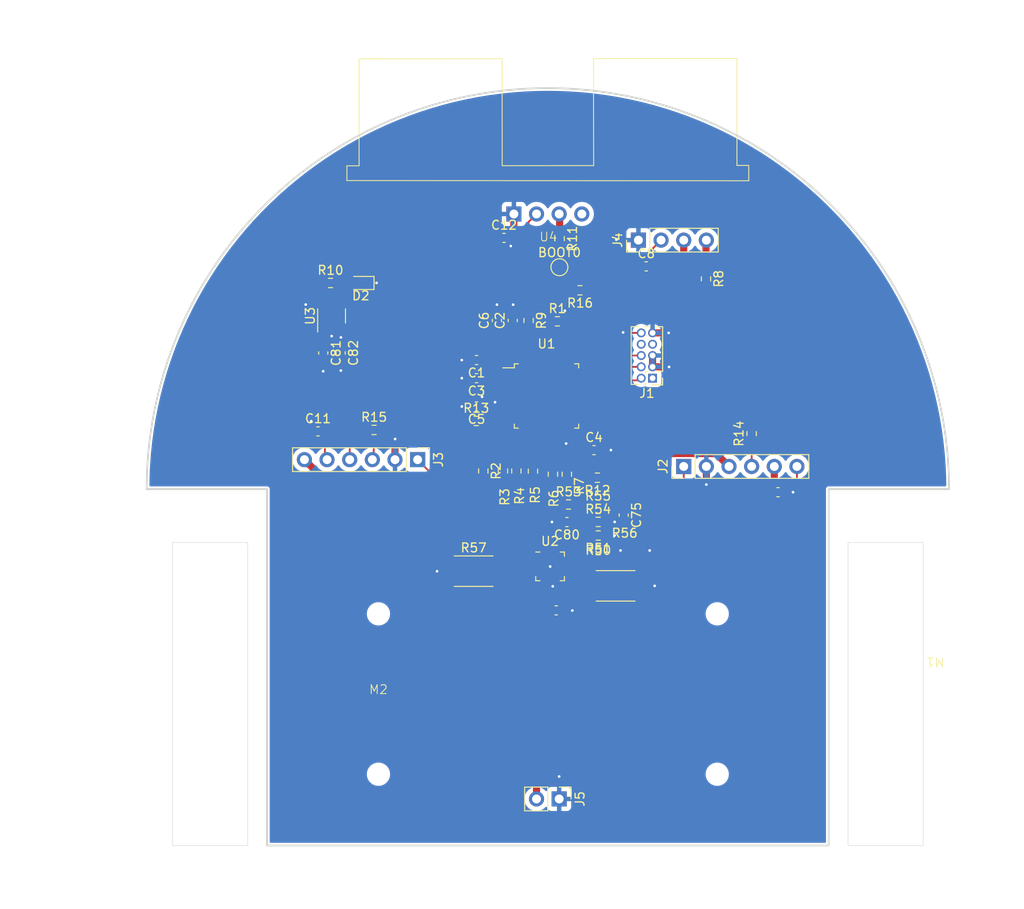
<source format=kicad_pcb>
(kicad_pcb (version 20221018) (generator pcbnew)
  (layers (0 "F.Cu" signal) (31 "B.Cu" signal) (34 "B.Paste" user) (35 "F.Paste" user) (36 "B.SilkS" user "B.Silkscreen") (37 "F.SilkS" user "F.Silkscreen") (38 "B.Mask" user) (39 "F.Mask" user) (44 "Edge.Cuts" user))
  (net 0 "")
  (net 1 "+3.3V")
  (net 2 "GND")
  (net 3 "+BATT")
  (net 4 "/mcu/IN_B2")
  (net 5 "Net-(D2-A)")
  (net 6 "/mcu/BOOT0")
  (net 7 "Net-(U1-PA2)")
  (net 8 "/mcu/TIM15_CH1")
  (net 9 "Net-(U1-PA3)")
  (net 10 "/mcu/TIM15_CH2")
  (net 11 "Net-(U1-PA4)")
  (net 12 "/mcu/OUT_A4")
  (net 13 "Net-(U1-PA5)")
  (net 14 "/mcu/OUT_A5")
  (net 15 "/mcu/OUT_B0")
  (net 16 "Net-(U1-PB0)")
  (net 17 "/mcu/OUT_B1")
  (net 18 "Net-(U1-PB1)")
  (net 19 "Net-(U1-PB6)")
  (net 20 "/mcu/OUT_B9")
  (net 21 "Net-(U1-PB9)")
  (net 22 "/mcu/TIM3_CH1")
  (net 23 "/mcu/TIM2_CH1")
  (net 24 "/mcu/TIM3_CH2")
  (net 25 "/mcu/TIM2_CH2")
  (net 26 "/mcu/TIM8_CH2")
  (net 27 "Net-(U4-ECHO)")
  (net 33 "/mcu/~{RESET}")
  (net 45 "/mcu/SWDIO")
  (net 48 "/mcu/SWDCLK")
  (net 50 "/mcu/SWO")
  (net 53 "+3V3")
  (net 56 "/motorA/MA")
  (net 57 "Net-(J2-Pin_3)")
  (net 58 "Net-(J2-Pin_4)")
  (net 59 "/motorA/MB")
  (net 60 "/motorB/MA")
  (net 61 "Net-(J3-Pin_3)")
  (net 62 "Net-(J3-Pin_4)")
  (net 63 "/motorB/MB")
  (net 64 "Net-(J4-Pin_3)")
  (net 65 "/external_uart/EXT_UART_RX")
  (net 66 "/external_uart/EXT_UART_TX")
  (net 67 "Net-(U2-REF)")
  (net 68 "Net-(U2-TOFF)")
  (net 69 "Net-(U2-SENSEB)")
  (net 70 "Net-(U2-SENSEA)")
  (net 72 "Net-(C75-Pad1)")
  (footprint "Package_QFP:LQFP-48_7x7mm_P0.5mm" (layer "F.Cu") (at 149.85 89.55)
    (fp_text reference "U1")
    (fp_text value "STM32F030C8Tx")
  )
  (footprint "Resistor_SMD:R_0603_1608Metric" (layer "F.Cu") (at 151.07 81.17)
    (fp_text reference "R1")
    (fp_text value "10k")
  )
  (footprint "minimouse:N20_with_encoder" (layer "F.Cu") (at 131 123)
    (fp_text reference "M2")
    (fp_text value "N20_encoder")
    (fp_rect (start -23.1 -17) (end -14.67 17) (stroke (width 0.05)) (fill none) (layer "Edge.Cuts"))
  )
  (footprint "Capacitor_SMD:C_0603_1608Metric" (layer "F.Cu") (at 175.82 100.35 180)
    (fp_text reference "C10" hide)
    (fp_text value "2.2uf")
  )
  (footprint "TestPoint:TestPoint_Pad_D1.5mm" (layer "F.Cu") (at 151.3 75.1)
    (fp_text reference "BOOT0")
    (fp_text value "TestPoint")
  )
  (footprint "Capacitor_SMD:C_0603_1608Metric" (layer "F.Cu") (at 150.94 113.61)
    (fp_text reference "CS1" hide)
    (fp_text value "2.2UF")
  )
  (footprint "Resistor_SMD:R_0603_1608Metric" (layer "F.Cu") (at 146.468 97.968 -90)
    (fp_text reference "R4")
    (fp_text value "100")
  )
  (footprint "Capacitor_SMD:C_0603_1608Metric" (layer "F.Cu") (at 155.18 95.63)
    (fp_text reference "C4")
    (fp_text value "0.1uF")
  )
  (footprint "Resistor_SMD:R_0603_1608Metric" (layer "F.Cu") (at 172.86 93.777 90)
    (fp_text reference "R14")
    (fp_text value "100")
  )
  (footprint "Resistor_SMD:R_0603_1608Metric" (layer "F.Cu") (at 147.841 81.077 -90)
    (fp_text reference "R9")
    (fp_text value "100")
  )
  (footprint "minimouse:HC-SR04" (layer "F.Cu") (at 150 69.125)
    (fp_text reference "U4")
    (fp_text value "HC-SR04")
  )
  (footprint "Capacitor_SMD:C_0603_1608Metric" (layer "F.Cu") (at 141.999 90.729 180)
    (fp_text reference "C5")
    (fp_text value "0.1uF")
  )
  (footprint "minimouse:N20_with_encoder" (layer "F.Cu") (at 169 123 180)
    (fp_text reference "M1")
    (fp_text value "N20_encoder")
    (fp_rect (start -23.1 -17) (end -14.67 17) (stroke (width 0.05)) (fill none) (layer "Edge.Cuts"))
  )
  (footprint "Capacitor_SMD:C_0603_1608Metric" (layer "F.Cu") (at 161.0366 75.0064)
    (fp_text reference "C8")
    (fp_text value "2.2uf")
  )
  (footprint "Capacitor_SMD:C_0603_1608Metric" (layer "F.Cu") (at 158.5095 102.921 -90)
    (fp_text reference "C75")
    (fp_text value "22nF")
  )
  (footprint "Package_DFN_QFN:VQFN-16-1EP_3x3mm_P0.5mm_EP1.8x1.8mm" (layer "F.Cu") (at 150.25 108.6725)
    (fp_text reference "U2")
    (fp_text value "STSPIN240")
  )
  (footprint "Resistor_SMD:R_2512_6332Metric" (layer "F.Cu") (at 157.6 110.86)
    (fp_text reference "R56")
    (fp_text value "330m")
  )
  (footprint "Connector_PinHeader_2.54mm:PinHeader_1x06_P2.54mm_Vertical" (layer "F.Cu") (at 165.24 97.46 90)
    (fp_text reference "J2")
    (fp_text value "Conn_01x06_Pin")
  )
  (footprint "Connector_PinHeader_2.54mm:PinHeader_1x02_P2.54mm_Vertical" (layer "F.Cu") (at 151.27 134.775 -90)
    (fp_text reference "J5")
    (fp_text value "Conn_01x02")
  )
  (footprint "Capacitor_SMD:C_0603_1608Metric" (layer "F.Cu") (at 141.999 87.554 180)
    (fp_text reference "C3")
    (fp_text value "0.1uF")
  )
  (footprint "Capacitor_SMD:C_0603_1608Metric" (layer "F.Cu") (at 124.81 84.73 -90)
    (fp_text reference "C81")
    (fp_text value "2.2uf")
  )
  (footprint "Resistor_SMD:R_0603_1608Metric" (layer "F.Cu") (at 155.6515 103.683)
    (fp_text reference "R54")
    (fp_text value "47k")
  )
  (footprint "Connector_PinHeader_2.54mm:PinHeader_1x06_P2.54mm_Vertical" (layer "F.Cu") (at 135.395 96.698 -90)
    (fp_text reference "J3")
    (fp_text value "Conn_01x06_Pin")
  )
  (footprint "Resistor_SMD:R_0603_1608Metric" (layer "F.Cu") (at 155.56 98.72 180)
    (fp_text reference "R12")
    (fp_text value "100")
  )
  (footprint "Resistor_SMD:R_0603_1608Metric" (layer "F.Cu") (at 155.6271 102.2098)
    (fp_text reference "R55")
    (fp_text value "1k")
  )
  (footprint "Resistor_SMD:R_0603_1608Metric" (layer "F.Cu") (at 167.74 76.4 -90)
    (fp_text reference "R8")
    (fp_text value "100")
  )
  (footprint "Connector_PinHeader_2.54mm:PinHeader_1x04_P2.54mm_Vertical" (layer "F.Cu") (at 160.16 72.06 90)
    (fp_text reference "J4")
    (fp_text value "Conn_01x04_Pin")
  )
  (footprint "Resistor_SMD:R_0603_1608Metric" (layer "F.Cu") (at 152.13 98.33 90)
    (fp_text reference "R7")
    (fp_text value "100")
  )
  (footprint "Resistor_SMD:R_0603_1608Metric" (layer "F.Cu") (at 142.761 97.968 -90)
    (fp_text reference "R2")
    (fp_text value "100")
  )
  (footprint "Resistor_SMD:R_0603_1608Metric" (layer "F.Cu") (at 141.97 92.35)
    (fp_text reference "R13")
    (fp_text value "100")
  )
  (footprint "Resistor_SMD:R_0603_1608Metric" (layer "F.Cu") (at 155.6515 105.207 180)
    (fp_text reference "R51")
    (fp_text value "10k")
  )
  (footprint "Package_TO_SOT_SMD:SOT-23-5" (layer "F.Cu") (at 125.743 80.569 90)
    (fp_text reference "U3")
    (fp_text value "LP5907MFX-3.3")
  )
  (footprint "Resistor_SMD:R_0603_1608Metric" (layer "F.Cu") (at 144.968 97.968 -90)
    (fp_text reference "R3")
    (fp_text value "100")
  )
  (footprint "Capacitor_SMD:C_0603_1608Metric" (layer "F.Cu") (at 146.063 81.077 90)
    (fp_text reference "C2")
    (fp_text value "0.1uF")
  )
  (footprint "Capacitor_SMD:C_0603_1608Metric" (layer "F.Cu") (at 141.999 85.522 180)
    (fp_text reference "C1")
    (fp_text value "2.2uF")
  )
  (footprint "Resistor_SMD:R_0603_1608Metric" (layer "F.Cu") (at 148.33 97.99 -90)
    (fp_text reference "R5")
    (fp_text value "100")
  )
  (footprint "Capacitor_SMD:C_0603_1608Metric" (layer "F.Cu") (at 145.0854 71.806)
    (fp_text reference "C12")
    (fp_text value "2.2uF")
  )
  (footprint "Connector_PinHeader_1.27mm:PinHeader_2x05_P1.27mm_Vertical" (layer "F.Cu") (at 161.745 87.55 180)
    (fp_text reference "J1")
    (fp_text value "Conn_ARM_JTAG_SWD_10")
  )
  (footprint "Capacitor_SMD:C_0603_1608Metric" (layer "F.Cu") (at 152.14 103.7 180)
    (fp_text reference "C80")
    (fp_text value "1nf")
  )
  (footprint "Resistor_SMD:R_0603_1608Metric" (layer "F.Cu") (at 152.32 101.73)
    (fp_text reference "R53")
    (fp_text value "18k")
  )
  (footprint "Capacitor_SMD:C_0603_1608Metric" (layer "F.Cu") (at 144.285 81.077 90)
    (fp_text reference "C6")
    (fp_text value "2.2uF")
  )
  (footprint "Resistor_SMD:R_0603_1608Metric" (layer "F.Cu") (at 125.62 76.87)
    (fp_text reference "R10")
    (fp_text value "330")
  )
  (footprint "LED_SMD:LED_0603_1608Metric" (layer "F.Cu") (at 129.02 76.87 180)
    (fp_text reference "D2")
    (fp_text value "LED")
  )
  (footprint "Resistor_SMD:R_0603_1608Metric" (layer "F.Cu") (at 155.6515 106.858)
    (fp_text reference "R50")
    (fp_text value "10k")
  )
  (footprint "Capacitor_SMD:C_0603_1608Metric" (layer "F.Cu") (at 124.219 93.523)
    (fp_text reference "C11")
    (fp_text value "2.2uf")
  )
  (footprint "Resistor_SMD:R_2512_6332Metric" (layer "F.Cu") (at 141.68 109.21)
    (fp_text reference "R57")
    (fp_text value "330m")
  )
  (footprint "Capacitor_SMD:C_0603_1608Metric" (layer "F.Cu") (at 126.76 84.72 -90)
    (fp_text reference "C82")
    (fp_text value "2.2uf")
  )
  (footprint "Resistor_SMD:R_0603_1608Metric" (layer "F.Cu") (at 153.61 77.69 180)
    (fp_text reference "R16")
    (fp_text value "100")
  )
  (footprint "Resistor_SMD:R_0603_1608Metric" (layer "F.Cu") (at 151.3208 71.8954 -90)
    (fp_text reference "R11")
    (fp_text value "100")
  )
  (footprint "Resistor_SMD:R_0603_1608Metric" (layer "F.Cu") (at 130.51 93.36)
    (fp_text reference "R15")
    (fp_text value "100")
  )
  (footprint "Resistor_SMD:R_0603_1608Metric" (layer "F.Cu") (at 150.57 98.33 90)
    (fp_text reference "R6")
    (fp_text value "100")
  )
  (gr_arc (start 105 100) (mid 150 55) (end 195 100) (stroke (width 0.2)) (layer "Edge.Cuts"))
  (gr_line (start 181.5 140) (end 118.5 140) (stroke (width 0.2)) (layer "Edge.Cuts"))
  (gr_line (start 118.5 100) (end 105 100) (stroke (width 0.2)) (layer "Edge.Cuts"))
  (gr_line (start 181.5 100) (end 181.5 140) (stroke (width 0.2)) (layer "Edge.Cuts"))
  (gr_line (start 195 100) (end 181.5 100) (stroke (width 0.2)) (layer "Edge.Cuts"))
  (gr_line (start 118.5 140) (end 118.5 100) (stroke (width 0.2)) (layer "Edge.Cuts"))
  (segment (start 141.197 83.945) (end 126.76 83.945) (width 0.2) (layer "F.Cu") (net 1))
  (segment (start 146.063 81.852) (end 146.063 84.3505) (width 0.2) (layer "F.Cu") (net 1))
  (segment (start 124.793 79.4315) (end 124.793 76.872) (width 0.5) (layer "F.Cu") (net 1))
  (segment (start 143.528 86.8) (end 145.6875 86.8) (width 0.2) (layer "F.Cu") (net 1))
  (segment (start 142.845 90.8) (end 145.6875 90.8) (width 0.2) (layer "F.Cu") (net 1))
  (segment (start 152.6 95.59) (end 152.6 93.7125) (width 0.2) (layer "F.Cu") (net 1))
  (segment (start 124.793 76.872) (end 124.795 76.87) (width 0.5) (layer "F.Cu") (net 1))
  (segment (start 126.76 83.01) (end 126.79 82.98) (width 0.2) (layer "F.Cu") (net 1))
  (segment (start 152.64 95.63) (end 152.6 95.59) (width 0.2) (layer "F.Cu") (net 1))
  (segment (start 122.84 79.29) (end 122.9815 79.4315) (width 0.2) (layer "F.Cu") (net 1))
  (segment (start 144.285 81.852) (end 146.063 81.852) (width 0.2) (layer "F.Cu") (net 1))
  (segment (start 146.063 84.3505) (end 147.1 85.3875) (width 0.2) (layer "F.Cu") (net 1))
  (segment (start 142.774 85.522) (end 141.197 83.945) (width 0.2) (layer "F.Cu") (net 1))
  (segment (start 142.774 90.729) (end 142.845 90.8) (width 0.2) (layer "F.Cu") (net 1))
  (segment (start 154.405 95.63) (end 152.64 95.63) (width 0.2) (layer "F.Cu") (net 1))
  (segment (start 126.76 83.945) (end 126.76 83.01) (width 0.2) (layer "F.Cu") (net 1))
  (segment (start 122.9815 79.4315) (end 124.793 79.4315) (width 0.2) (layer "F.Cu") (net 1))
  (segment (start 142.774 87.554) (end 143.528 86.8) (width 0.2) (layer "F.Cu") (net 1))
  (via (at 126.79 82.98) (size 0.5) (drill 0.3) (layers "F.Cu" "B.Cu") (net 1))
  (via (at 122.84 79.29) (size 0.5) (drill 0.3) (layers "F.Cu" "B.Cu") (net 1))
  (segment (start 122.84 82.41) (end 122.84 79.29) (width 0.2) (layer "B.Cu") (net 1))
  (segment (start 123.81 83.38) (end 122.84 82.41) (width 0.2) (layer "B.Cu") (net 1))
  (segment (start 126.79 82.98) (end 126.39 83.38) (width 0.2) (layer "B.Cu") (net 1))
  (segment (start 126.39 83.38) (end 123.81 83.38) (width 0.2) (layer "B.Cu") (net 1))
  (segment (start 150.25 108.6725) (end 150.25 108.68) (width 0.2) (layer "F.Cu") (net 2))
  (segment (start 157.5065 105.194) (end 157.4935 105.207) (width 0.2) (layer "F.Cu") (net 2))
  (segment (start 151.895 81.17) (end 151.895 79.995) (width 0.2) (layer "F.Cu") (net 2))
  (segment (start 125.743 82.823) (end 125.75 82.83) (width 0.5) (layer "F.Cu") (net 2))
  (segment (start 161.745 86.28) (end 163.59 86.28) (width 0.8) (layer "F.Cu") (net 2))
  (segment (start 151.895 79.995) (end 151.91 79.98) (width 0.2) (layer "F.Cu") (net 2))
  (segment (start 158.5095 103.696) (end 157.5065 103.696) (width 0.2) (layer "F.Cu") (net 2))
  (segment (start 141.224 87.554) (end 140.348 87.554) (width 0.2) (layer "F.Cu") (net 2))
  (segment (start 124.81 85.505) (end 124.81 86.77) (width 0.8) (layer "F.Cu") (net 2))
  (segment (start 137.58 109.21) (end 137.57 109.22) (width 0.8) (layer "F.Cu") (net 2))
  (segment (start 150.5 108.93) (end 150.26 108.69) (width 0.2) (layer "F.Cu") (net 2))
  (segment (start 160.16 72.06) (end 157.74 72.06) (width 0.2) (layer "F.Cu") (net 2))
  (segment (start 126.76 85.495) (end 126.76 86.68) (width 0.8) (layer "F.Cu") (net 2))
  (segment (start 145.6875 90.3) (end 144.13 90.3) (width 0.2) (layer "F.Cu") (net 2))
  (segment (start 150.5 110.86) (end 150.55 110.91) (width 0.2) (layer "F.Cu") (net 2))
  (segment (start 144.13 90.3) (end 144.08 90.25) (width 0.2) (layer "F.Cu") (net 2))
  (segment (start 152.73 113.61) (end 152.75 113.63) (width 0.8) (layer "F.Cu") (net 2))
  (segment (start 157.06 95.63) (end 157.07 95.62) (width 0.2) (layer "F.Cu") (net 2))
  (segment (start 161.745 82.47) (end 163.55 82.47) (width 0.8) (layer "F.Cu") (net 2))
  (segment (start 123.444 93.523) (end 123.444 92.393) (width 0.2) (layer "F.Cu") (net 2))
  (segment (start 155.955 95.63) (end 157.06 95.63) (width 0.2) (layer "F.Cu") (net 2))
  (segment (start 151.365 103.7) (end 150.47 103.7) (width 0.2) (layer "F.Cu") (net 2))
  (segment (start 145.8604 71.806) (end 145.8604 72.6996) (width 0.8) (layer "F.Cu") (net 2))
  (segment (start 130.78 76.87) (end 130.79 76.86) (width 0.5) (layer "F.Cu") (net 2))
  (segment (start 146.19 71.4764) (end 145.8604 71.806) (width 0.8) (layer "F.Cu") (net 2))
  (segment (start 163.59 86.28) (end 163.6 86.29) (width 0.8) (layer "F.Cu") (net 2))
  (segment (start 176.595 100.35) (end 177.5 100.35) (width 0.2) (layer "F.Cu") (net 2))
  (segment (start 160.2616 72.1616) (end 160.16 72.06) (width 0.2) (layer "F.Cu") (net 2))
  (segment (start 132.855 96.698) (end 132.855 94.395) (width 0.8) (layer "F.Cu") (net 2))
  (segment (start 144.285 79.305) (end 144.29 79.3) (width 0.8) (layer "F.Cu") (net 2))
  (segment (start 129.8075 76.87) (end 130.78 76.87) (width 0.5) (layer "F.Cu") (net 2))
  (segment (start 145.8604 72.6996) (end 145.84 72.72) (width 0.8) (layer "F.Cu") (net 2))
  (segment (start 151.715 113.61) (end 152.73 113.61) (width 0.8) (layer "F.Cu") (net 2))
  (segment (start 160.2616 75.0064) (end 160.2616 72.1616) (width 0.2) (layer "F.Cu") (net 2))
  (segment (start 124.81 86.77) (end 124.8 86.78) (width 0.8) (layer "F.Cu") (net 2))
  (segment (start 150.25 108.68) (end 150.26 108.69) (width 0.2) (layer "F.Cu") (net 2))
  (segment (start 132.855 94.395) (end 132.87 94.38) (width 0.8) (layer "F.Cu") (net 2))
  (segment (start 151.27 134.775) (end 151.27 132.258) (width 0.2) (layer "F.Cu") (net 2))
  (segment (start 138.7175 109.21) (end 137.58 109.21) (width 0.8) (layer "F.Cu") (net 2))
  (segment (start 141.224 90.729) (end 140.348 90.729) (width 0.2) (layer "F.Cu") (net 2))
  (segment (start 146.063 79.347) (end 146.11 79.3) (width 0.8) (layer "F.Cu") (net 2))
  (segment (start 150.47 103.7) (end 150.46 103.69) (width 0.2) (layer "F.Cu") (net 2))
  (segment (start 152.1 94.84) (end 152.05 94.89) (width 0.2) (layer "F.Cu") (net 2))
  (segment (start 167.78 97.46) (end 167.78 99.492) (width 0.8) (layer "F.Cu") (net 2))
  (segment (start 146.19 69.125) (end 146.19 71.4764) (width 0.8) (layer "F.Cu") (net 2))
  (segment (start 157.74 72.06) (end 157.69 72.01) (width 0.2) (layer "F.Cu") (net 2))
  (segment (start 123.444 92.393) (end 123.457 92.38) (width 0.2) (layer "F.Cu") (net 2))
  (segment (start 144.285 80.302) (end 144.285 79.305) (width 0.8) (layer "F.Cu") (net 2))
  (segment (start 157.5065 103.696) (end 157.4935 103.683) (width 0.2) (layer "F.Cu") (net 2))
  (segment (start 126.76 86.68) (end 126.78 86.7) (width 0.8) (layer "F.Cu") (net 2))
  (segment (start 125.743 81.7065) (end 125.743 82.823) (width 0.5) (layer "F.Cu") (net 2))
  (segment (start 160.5625 110.86) (end 161.98 110.86) (width 0.8) (layer "F.Cu") (net 2))
  (segment (start 156.4765 103.683) (end 157.4935 103.683) (width 0.2) (layer "F.Cu") (net 2))
  (segment (start 141.224 85.522) (end 140.348 85.522) (width 0.2) (layer "F.Cu") (net 2))
  (segment (start 150.5 110.16) (end 150.5 110.86) (width 0.2) (layer "F.Cu") (net 2))
  (segment (start 146.063 80.302) (end 146.063 79.347) (width 0.8) (layer "F.Cu") (net 2))
  (segment (start 156.4765 105.207) (end 157.4935 105.207) (width 0.2) (layer "F.Cu") (net 2))
  (segment (start 161.745 85.01) (end 161.745 86.28) (width 0.8) (layer "F.Cu") (net 2))
  (segment (start 152.1 93.7125) (end 152.1 94.84) (width 0.2) (layer "F.Cu") (net 2))
  (via (at 144.08 90.25) (size 0.5) (drill 0.3) (layers "F.Cu" "B.Cu") (net 2))
  (via (at 157.4935 105.207) (size 0.5) (drill 0.3) (layers "F.Cu" "B.Cu") (net 2))
  (via (at 126.78 86.7) (size 0.5) (drill 0.3) (layers "F.Cu" "B.Cu") (net 2))
  (via (at 140.348 90.729) (size 0.5) (drill 0.3) (layers "F.Cu" "B.Cu") (net 2))
  (via (at 157.4935 103.683) (size 0.5) (drill 0.3) (layers "F.Cu" "B.Cu") (net 2))
  (via (at 167.78 99.492) (size 0.5) (drill 0.3) (layers "F.Cu" "B.Cu") (net 2))
  (via (at 150.26 108.69) (size 0.5) (drill 0.3) (layers "F.Cu" "B.Cu") (net 2))
  (via (at 157.07 95.62) (size 0.5) (drill 0.3) (layers "F.Cu" "B.Cu") (net 2))
  (via (at 144.29 79.3) (size 0.5) (drill 0.3) (layers "F.Cu" "B.Cu") (net 2))
  (via (at 140.348 87.554) (size 0.5) (drill 0.3) (layers "F.Cu" "B.Cu") (net 2))
  (via (at 151.27 132.258) (size 0.5) (drill 0.3) (layers "F.Cu" "B.Cu") (net 2))
  (via (at 132.87 94.38) (size 0.5) (drill 0.3) (layers "F.Cu" "B.Cu") (net 2))
  (via (at 163.55 82.47) (size 0.5) (drill 0.3) (layers "F.Cu" "B.Cu") (net 2))
  (via (at 163.6 86.29) (size 0.5) (drill 0.3) (layers "F.Cu" "B.Cu") (net 2))
  (via (at 150.46 103.69) (size 0.5) (drill 0.3) (layers "F.Cu" "B.Cu") (net 2))
  (via (at 137.57 109.22) (size 0.5) (drill 0.3) (layers "F.Cu" "B.Cu") (net 2))
  (via (at 151.91 79.98) (size 0.5) (drill 0.3) (layers "F.Cu" "B.Cu") (net 2))
  (via (at 123.457 92.38) (size 0.5) (drill 0.3) (layers "F.Cu" "B.Cu") (net 2))
  (via (at 125.75 82.83) (size 0.5) (drill 0.3) (layers "F.Cu" "B.Cu") (net 2))
  (via (at 140.348 85.522) (size 0.5) (drill 0.3) (layers "F.Cu" "B.Cu") (net 2))
  (via (at 145.84 72.72) (size 0.5) (drill 0.3) (layers "F.Cu" "B.Cu") (net 2))
  (via (at 152.05 94.89) (size 0.5) (drill 0.3) (layers "F.Cu" "B.Cu") (net 2))
  (via (at 152.75 113.63) (size 0.5) (drill 0.3) (layers "F.Cu" "B.Cu") (net 2))
  (via (at 124.8 86.78) (size 0.5) (drill 0.3) (layers "F.Cu" "B.Cu") (net 2))
  (via (at 150.55 110.91) (size 0.5) (drill 0.3) (layers "F.Cu" "B.Cu") (net 2))
  (via (at 161.98 110.86) (size 0.5) (drill 0.3) (layers "F.Cu" "B.Cu") (net 2))
  (via (at 130.79 76.86) (size 0.5) (drill 0.3) (layers "F.Cu" "B.Cu") (net 2))
  (via (at 146.11 79.3) (size 0.5) (drill 0.3) (layers "F.Cu" "B.Cu") (net 2))
  (via (at 157.69 72.01) (size 0.5) (drill 0.3) (layers "F.Cu" "B.Cu") (net 2))
  (via (at 177.5 100.35) (size 0.5) (drill 0.3) (layers "F.Cu" "B.Cu") (net 2))
  (segment (start 124.994 93.523) (end 124.994 96.457) (width 0.2) (layer "F.Cu") (net 3))
  (segment (start 148.73 114.986) (end 148.73 134.775) (width 0.8) (layer "F.Cu") (net 3))
  (segment (start 148.73 114.986) (end 148.789 114.986) (width 0.8) (layer "F.Cu") (net 3))
  (segment (start 175.6162 97.6762) (end 175.4 97.46) (width 0.8) (layer "F.Cu") (net 3))
  (segment (start 175.4 99.995) (end 175.045 100.35) (width 0.8) (layer "F.Cu") (net 3))
  (segment (start 150 110.16) (end 150 113.445) (width 0.2) (layer "F.Cu") (net 3))
  (segment (start 126.693 81.7065) (end 134.4099 81.7065) (width 0.5) (layer "F.Cu") (net 3))
  (segment (start 148.789 114.986) (end 150.165 113.61) (width 0.8) (layer "F.Cu") (net 3))
  (segment (start 161.8116 72.9484) (end 162.7 72.06) (width 0.2) (layer "F.Cu") (net 3))
  (segment (start 161.8116 75.0064) (end 161.8116 72.9484) (width 0.2) (layer "F.Cu") (net 3))
  (segment (start 123.18 84.07) (end 123.18 91.11305) (width 0.5) (layer "F.Cu") (net 3))
  (segment (start 124.994 96.457) (end 125.235 96.698) (width 0.2) (layer "F.Cu") (net 3))
  (segment (start 124.81 83.955) (end 123.295 83.955) (width 0.5) (layer "F.Cu") (net 3))
  (segment (start 124.793 83.938) (end 124.81 83.955) (width 0.5) (layer "F.Cu") (net 3))
  (segment (start 167.818 100.492) (end 161.42 106.89) (width 0.8) (layer "F.Cu") (net 3))
  (segment (start 174.903 100.492) (end 167.818 100.492) (width 0.8) (layer "F.Cu") (net 3))
  (segment (start 150 113.445) (end 150.165 113.61) (width 0.2) (layer "F.Cu") (net 3))
  (segment (start 156.5085 106.89) (end 156.4765 106.858) (width 0.8) (layer "F.Cu") (net 3))
  (segment (start 124.994 92.92705) (end 124.994 93.523) (width 0.5) (layer "F.Cu") (net 3))
  (segment (start 124.793 81.7065) (end 124.793 83.938) (width 0.5) (layer "F.Cu") (net 3))
  (segment (start 158.15 106.89) (end 156.5085 106.89) (width 0.8) (layer "F.Cu") (net 3))
  (segment (start 175.4 97.46) (end 175.4 99.995) (width 0.8) (layer "F.Cu") (net 3))
  (segment (start 123.295 83.955) (end 123.18 84.07) (width 0.5) (layer "F.Cu") (net 3))
  (segment (start 134.4099 81.7065) (end 144.3104 71.806) (width 0.5) (layer "F.Cu") (net 3))
  (segment (start 175.045 100.35) (end 174.903 100.492) (width 0.8) (layer "F.Cu") (net 3))
  (segment (start 123.18 91.11305) (end 124.994 92.92705) (width 0.5) (layer "F.Cu") (net 3))
  (via (at 158.15 106.89) (size 0.5) (drill 0.3) (layers "F.Cu" "B.Cu") (net 3))
  (via (at 161.42 106.89) (size 0.5) (drill 0.3) (layers "F.Cu" "B.Cu") (net 3))
  (segment (start 161.42 106.89) (end 160.38 106.89) (width 0.8) (layer "B.Cu") (net 3))
  (segment (start 160.38 106.89) (end 158.15 106.89) (width 0.8) (layer "B.Cu") (net 3))
  (segment (start 150.6 96.32) (end 150.59 96.33) (width 0.2) (layer "F.Cu") (net 4))
  (segment (start 155.435 96.582352) (end 155.435 99.44) (width 0.2) (layer "F.Cu") (net 4))
  (segment (start 153.145 96.475) (end 155.327648 96.475) (width 0.2) (layer "F.Cu") (net 4))
  (segment (start 152.915 103.7) (end 151 105.615) (width 0.2) (layer "F.Cu") (net 4))
  (segment (start 155.435 99.44) (end 153.145 101.73) (width 0.2) (layer "F.Cu") (net 4))
  (segment (start 150.59 96.33) (end 153 96.33) (width 0.2) (layer "F.Cu") (net 4))
  (segment (start 151 105.615) (end 151 107.185) (width 0.2) (layer "F.Cu") (net 4))
  (segment (start 153 96.33) (end 153.145 96.475) (width 0.2) (layer "F.Cu") (net 4))
  (segment (start 152.915 103.7) (end 152.915 101.96) (width 0.2) (layer "F.Cu") (net 4))
  (segment (start 152.915 101.96) (end 153.145 101.73) (width 0.2) (layer "F.Cu") (net 4))
  (segment (start 150.6 93.7125) (end 150.6 96.32) (width 0.2) (layer "F.Cu") (net 4))
  (segment (start 155.327648 96.475) (end 155.435 96.582352) (width 0.2) (layer "F.Cu") (net 4))
  (segment (start 126.445 76.87) (end 128.2325 76.87) (width 0.5) (layer "F.Cu") (net 5))
  (segment (start 150.245 76.155) (end 151.3 75.1) (width 0.2) (layer "F.Cu") (net 6))
  (segment (start 150.245 81.17) (end 150.245 76.155) (width 0.2) (layer "F.Cu") (net 6))
  (segment (start 150.245 81.17) (end 149.845 81.17) (width 0.2) (layer "F.Cu") (net 6))
  (segment (start 149.1 81.915) (end 149.1 85.3875) (width 0.2) (layer "F.Cu") (net 6))
  (segment (start 149.845 81.17) (end 149.1 81.915) (width 0.2) (layer "F.Cu") (net 6))
  (segment (start 142.761 95.2265) (end 145.6875 92.3) (width 0.2) (layer "F.Cu") (net 7))
  (segment (start 142.761 97.143) (end 142.761 95.2265) (width 0.2) (layer "F.Cu") (net 7))
  (segment (start 148.7625 108.4225) (end 147.666814 108.4225) (width 0.2) (layer "F.Cu") (net 8))
  (segment (start 147.666814 108.4225) (end 142.761 103.516686) (width 0.2) (layer "F.Cu") (net 8))
  (segment (start 142.761 103.516686) (end 142.761 98.793) (width 0.2) (layer "F.Cu") (net 8))
  (segment (start 144.968 97.143) (end 144.968 95.8445) (width 0.2) (layer "F.Cu") (net 9))
  (segment (start 144.968 95.8445) (end 147.1 93.7125) (width 0.2) (layer "F.Cu") (net 9))
  (segment (start 147.273 98.093) (end 145.668 98.093) (width 0.2) (layer "F.Cu") (net 10))
  (segment (start 149.5 104.639189) (end 147.34 102.479189) (width 0.2) (layer "F.Cu") (net 10))
  (segment (start 147.34 98.16) (end 147.273 98.093) (width 0.2) (layer "F.Cu") (net 10))
  (segment (start 145.668 98.093) (end 144.968 98.793) (width 0.2) (layer "F.Cu") (net 10))
  (segment (start 149.5 107.185) (end 149.5 104.639189) (width 0.2) (layer "F.Cu") (net 10))
  (segment (start 147.34 102.479189) (end 147.34 98.16) (width 0.2) (layer "F.Cu") (net 10))
  (segment (start 146.468 97.143) (end 147.6 96.011) (width 0.2) (layer "F.Cu") (net 11))
  (segment (start 147.6 96.011) (end 147.6 93.7125) (width 0.2) (layer "F.Cu") (net 11))
  (segment (start 148.7625 107.9225) (end 147.7325 107.9225) (width 0.2) (layer "F.Cu") (net 12))
  (segment (start 147.7325 107.9225) (end 146.468 106.658) (width 0.2) (layer "F.Cu") (net 12))
  (segment (start 146.468 106.658) (end 146.468 98.793) (width 0.2) (layer "F.Cu") (net 12))
  (segment (start 147.968 97.143) (end 148.1 97.011) (width 0.2) (layer "F.Cu") (net 13))
  (segment (start 148.1 93.7125) (end 148.1 96.935) (width 0.2) (layer "F.Cu") (net 13))
  (segment (start 148.1 96.935) (end 148.33 97.165) (width 0.2) (layer "F.Cu") (net 13))
  (segment (start 149.41 103.02) (end 149.05 102.66) (width 0.2) (layer "F.Cu") (net 14))
  (segment (start 149.05 102.66) (end 149.05 100.87) (width 0.2) (layer "F.Cu") (net 14))
  (segment (start 148.33 100.15) (end 148.33 98.815) (width 0.2) (layer "F.Cu") (net 14))
  (segment (start 150 107.185) (end 150 104.573504) (width 0.2) (layer "F.Cu") (net 14))
  (segment (start 150 104.573504) (end 149.41 103.983503) (width 0.2) (layer "F.Cu") (net 14))
  (segment (start 149.41 103.983503) (end 149.41 103.02) (width 0.2) (layer "F.Cu") (net 14))
  (segment (start 149.05 100.87) (end 148.33 100.15) (width 0.2) (layer "F.Cu") (net 14))
  (segment (start 150.57 99.155) (end 149.81 99.915) (width 0.2) (layer "F.Cu") (net 15))
  (segment (start 150.5 104.34) (end 150.5 107.185) (width 0.2) (layer "F.Cu") (net 15))
  (segment (start 150.4 104.24) (end 150.5 104.34) (width 0.2) (layer "F.Cu") (net 15))
  (segment (start 150.232182 104.24) (end 150.4 104.24) (width 0.2) (layer "F.Cu") (net 15))
  (segment (start 149.81 99.915) (end 149.81 103.817818) (width 0.2) (layer "F.Cu") (net 15))
  (segment (start 149.81 103.817818) (end 150.232182 104.24) (width 0.2) (layer "F.Cu") (net 15))
  (segment (start 149.6 93.7125) (end 149.6 96.535) (width 0.2) (layer "F.Cu") (net 16))
  (segment (start 149.6 96.535) (end 150.57 97.505) (width 0.2) (layer "F.Cu") (net 16))
  (segment (start 152.13 99.155) (end 152.13 101.095) (width 0.2) (layer "F.Cu") (net 17))
  (segment (start 152.13 101.095) (end 151.495 101.73) (width 0.2) (layer "F.Cu") (net 17))
  (segment (start 152.13 96.8) (end 152.13 97.505) (width 0.2) (layer "F.Cu") (net 18))
  (segment (start 152.06 96.73) (end 152.13 96.8) (width 0.2) (layer "F.Cu") (net 18))
  (segment (start 150.360686 96.73) (end 152.06 96.73) (width 0.2) (layer "F.Cu") (net 18))
  (segment (start 150.1 93.7125) (end 150.1 96.469314) (width 0.2) (layer "F.Cu") (net 18))
  (segment (start 150.1 96.469314) (end 150.360686 96.73) (width 0.2) (layer "F.Cu") (net 18))
  (segment (start 166.575 78.39) (end 167.74 77.225) (width 0.2) (layer "F.Cu") (net 19))
  (segment (start 150.1 85.3875) (end 150.1 84.61759) (width 0.2) (layer "F.Cu") (net 19))
  (segment (start 156.32759 78.39) (end 166.575 78.39) (width 0.2) (layer "F.Cu") (net 19))
  (segment (start 150.1 84.61759) (end 156.32759 78.39) (width 0.2) (layer "F.Cu") (net 19))
  (segment (start 147.841 70.014) (end 148.73 69.125) (width 0.2) (layer "F.Cu") (net 20))
  (segment (start 147.841 80.252) (end 147.841 70.014) (width 0.2) (layer "F.Cu") (net 20))
  (segment (start 148.1 82.161) (end 148.1 85.3875) (width 0.2) (layer "F.Cu") (net 21))
  (segment (start 147.841 81.902) (end 148.1 82.161) (width 0.2) (layer "F.Cu") (net 21))
  (segment (start 149.13 97.252648) (end 149.13 95.01241) (width 0.2) (layer "F.Cu") (net 22))
  (segment (start 148.6 94.48241) (end 148.6 93.7125) (width 0.2) (layer "F.Cu") (net 22))
  (segment (start 149.13 95.01241) (end 148.6 94.48241) (width 0.2) (layer "F.Cu") (net 22))
  (segment (start 154.735 98.72) (end 154.47 98.455) (width 0.2) (layer "F.Cu") (net 22))
  (segment (start 150.332352 98.455) (end 149.13 97.252648) (width 0.2) (layer "F.Cu") (net 22))
  (segment (start 154.47 98.455) (end 150.332352 98.455) (width 0.2) (layer "F.Cu") (net 22))
  (segment (start 143.845 91.3) (end 145.6875 91.3) (width 0.2) (layer "F.Cu") (net 23))
  (segment (start 142.795 92.35) (end 143.845 91.3) (width 0.2) (layer "F.Cu") (net 23))
  (segment (start 149.1 93.7125) (end 149.1 92.94259) (width 0.2) (layer "F.Cu") (net 24))
  (segment (start 152.83241 92.675) (end 153.10941 92.952) (width 0.2) (layer "F.Cu") (net 24))
  (segment (start 149.36759 92.675) (end 152.83241 92.675) (width 0.2) (layer "F.Cu") (net 24))
  (segment (start 153.10941 92.952) (end 172.86 92.952) (width 0.2) (layer "F.Cu") (net 24))
  (segment (start 149.1 92.94259) (end 149.36759 92.675) (width 0.2) (layer "F.Cu") (net 24))
  (segment (start 143.7 93.36) (end 143.97 93.09) (width 0.2) (layer "F.Cu") (net 25))
  (segment (start 144 91.8) (end 145.6875 91.8) (width 0.2) (layer "F.Cu") (net 25))
  (segment (start 143.97 91.77) (end 144 91.8) (width 0.2) (layer "F.Cu") (net 25))
  (segment (start 131.335 93.36) (end 143.7 93.36) (width 0.2) (layer "F.Cu") (net 25))
  (segment (start 143.97 93.09) (end 143.97 91.77) (width 0.2) (layer "F.Cu") (net 25))
  (segment (start 148.65 81.799315) (end 148.65 85.3375) (width 0.2) (layer "F.Cu") (net 26))
  (segment (start 151.3208 72.7204) (end 149.545 74.4962) (width 0.2) (layer "F.Cu") (net 26))
  (segment (start 149.545 80.904314) (end 148.65 81.799315) (width 0.2) (layer "F.Cu") (net 26))
  (segment (start 149.545 74.4962) (end 149.545 80.904314) (width 0.2) (layer "F.Cu") (net 26))
  (segment (start 148.65 85.3375) (end 148.6 85.3875) (width 0.2) (layer "F.Cu") (net 26))
  (segment (start 151.3208 71.0704) (end 151.3208 69.1758) (width 0.8) (layer "F.Cu") (net 27))
  (segment (start 151.3208 69.1758) (end 151.27 69.125) (width 0.8) (layer "F.Cu") (net 27))
  (segment (start 144.75759 89.64) (end 144.91759 89.8) (width 0.2) (layer "F.Cu") (net 33))
  (segment (start 142.62 89.64) (end 144.75759 89.64) (width 0.2) (layer "F.Cu") (net 33))
  (segment (start 144.91759 89.8) (end 145.6875 89.8) (width 0.2) (layer "F.Cu") (net 33))
  (segment (start 158.49 82.47) (end 158.44 82.42) (width 0.2) (layer "F.Cu") (net 33))
  (segment (start 160.475 82.47) (end 158.49 82.47) (width 0.2) (layer "F.Cu") (net 33))
  (via (at 142.62 89.64) (size 0.5) (drill 0.3) (layers "F.Cu" "B.Cu") (net 33))
  (via (at 158.44 82.42) (size 0.5) (drill 0.3) (layers "F.Cu" "B.Cu") (net 33))
  (segment (start 142.6 89.66) (end 142.62 89.64) (width 0.2) (layer "B.Cu") (net 33))
  (segment (start 149.84 82.42) (end 142.62 89.64) (width 0.2) (layer "B.Cu") (net 33))
  (segment (start 158.44 82.42) (end 149.84 82.42) (width 0.2) (layer "B.Cu") (net 33))
  (segment (start 160.225 87.8) (end 160.475 87.55) (width 0.2) (layer "F.Cu") (net 45))
  (segment (start 154.0125 87.8) (end 160.225 87.8) (width 0.2) (layer "F.Cu") (net 45))
  (segment (start 152.6 84.21) (end 154.67 86.28) (width 0.2) (layer "F.Cu") (net 48))
  (segment (start 152.6 85.3875) (end 152.6 84.21) (width 0.2) (layer "F.Cu") (net 48))
  (segment (start 154.67 86.28) (end 160.475 86.28) (width 0.2) (layer "F.Cu") (net 48))
  (segment (start 151.6 83.95) (end 151.74 83.81) (width 0.2) (layer "F.Cu") (net 50))
  (segment (start 154.08 85.04) (end 154.11 85.01) (width 0.2) (layer "F.Cu") (net 50))
  (segment (start 151.74 83.81) (end 152.85 83.81) (width 0.2) (layer "F.Cu") (net 50))
  (segment (start 154.11 85.01) (end 160.475 85.01) (width 0.2) (layer "F.Cu") (net 50))
  (segment (start 152.85 83.81) (end 154.08 85.04) (width 0.2) (layer "F.Cu") (net 50))
  (segment (start 151.6 85.3875) (end 151.6 83.95) (width 0.2) (layer "F.Cu") (net 50))
  (segment (start 152.289386 108.9225) (end 153.578886 107.633) (width 0.2) (layer "F.Cu") (net 56))
  (segment (start 158.877 107.633) (end 165.24 101.27) (width 0.2) (layer "F.Cu") (net 56))
  (segment (start 153.578886 107.633) (end 158.877 107.633) (width 0.2) (layer "F.Cu") (net 56))
  (segment (start 151.7375 108.9225) (end 152.289386 108.9225) (width 0.2) (layer "F.Cu") (net 56))
  (segment (start 165.24 101.27) (end 165.24 97.46) (width 0.2) (layer "F.Cu") (net 56))
  (segment (start 156.385 98.72) (end 159.095 96.01) (width 0.8) (layer "F.Cu") (net 57))
  (segment (start 170.383 97.397) (end 170.32 97.46) (width 0.8) (layer "F.Cu") (net 57))
  (segment (start 159.095 96.01) (end 168.87 96.01) (width 0.8) (layer "F.Cu") (net 57))
  (segment (start 168.87 96.01) (end 170.32 97.46) (width 0.8) (layer "F.Cu") (net 57))
  (segment (start 172.86 94.602) (end 172.86 97.46) (width 0.2) (layer "F.Cu") (net 58))
  (segment (start 177.94 101.651) (end 177.94 97.46) (width 0.2) (layer "F.Cu") (net 59))
  (segment (start 171.971 101.651) (end 177.94 101.651) (width 0.2) (layer "F.Cu") (net 59))
  (segment (start 148.7625 108.9225) (end 147.601128 108.9225) (width 0.2) (layer "F.Cu") (net 60))
  (segment (start 147.601128 108.9225) (end 135.395 96.716372) (width 0.2) (layer "F.Cu") (net 60))
  (segment (start 135.395 96.716372) (end 135.395 96.698) (width 0.2) (layer "F.Cu") (net 60))
  (segment (start 130.47 92.42) (end 130.47 96.543) (width 0.2) (layer "F.Cu") (net 61))
  (segment (start 130.47 96.543) (end 130.315 96.698) (width 0.2) (layer "F.Cu") (net 61))
  (segment (start 130.54 92.35) (end 130.47 92.42) (width 0.2) (layer "F.Cu") (net 61))
  (segment (start 141.145 92.35) (end 130.54 92.35) (width 0.2) (layer "F.Cu") (net 61))
  (segment (start 129.685 93.36) (end 127.79 93.36) (width 0.2) (layer "F.Cu") (net 62))
  (segment (start 127.79 93.36) (end 127.775 93.345) (width 0.2) (layer "F.Cu") (net 62))
  (segment (start 127.775 93.345) (end 127.775 96.698) (width 0.2) (layer "F.Cu") (net 62))
  (segment (start 149.3 112.257) (end 149.3 111.422) (width 0.8) (layer "F.Cu") (net 63))
  (segment (start 147.587 113.97) (end 149.3 112.257) (width 0.8) (layer "F.Cu") (net 63))
  (segment (start 139.967 113.97) (end 147.587 113.97) (width 0.8) (layer "F.Cu") (net 63))
  (segment (start 149.5 111.422) (end 149.492 111.43) (width 0.2) (layer "F.Cu") (net 63))
  (segment (start 149.5 110.16) (end 149.5 111.422) (width 0.2) (layer "F.Cu") (net 63))
  (segment (start 122.695 96.698) (end 139.967 113.97) (width 0.8) (layer "F.Cu") (net 63))
  (segment (start 154.435 77.69) (end 164.99 77.69) (width 0.8) (layer "F.Cu") (net 64))
  (segment (start 165.7988 72.6188) (end 165.24 72.06) (width 0.2) (layer "F.Cu") (net 64))
  (segment (start 165.24 77.44) (end 165.24 72.06) (width 0.8) (layer "F.Cu") (net 64))
  (segment (start 164.99 77.69) (end 165.24 77.44) (width 0.8) (layer "F.Cu") (net 64))
  (segment (start 167.74 72.1) (end 167.78 72.06) (width 0.8) (layer "F.Cu") (net 65))
  (segment (start 167.74 75.575) (end 167.74 72.1) (width 0.8) (layer "F.Cu") (net 65))
  (segment (start 152.785 77.69) (end 150.945 79.53) (width 0.2) (layer "F.Cu") (net 66))
  (segment (start 150.945 79.53) (end 150.945 81.657648) (width 0.2) (layer "F.Cu") (net 66))
  (segment (start 150.412648 82.19) (end 149.6 82.19) (width 0.2) (layer "F.Cu") (net 66))
  (segment (start 149.6 82.19) (end 149.6 85.3875) (width 0.2) (layer "F.Cu") (net 66))
  (segment (start 150.945 81.657648) (end 150.412648 82.19) (width 0.2) (layer "F.Cu") (net 66))
  (segment (start 154.74 105.1205) (end 154.8265 105.207) (width 0.2) (layer "F.Cu") (net 67))
  (segment (start 153.7882 106.858) (end 154.8265 106.858) (width 0.2) (layer "F.Cu") (net 67))
  (segment (start 154.8265 106.858) (end 154.8265 105.207) (width 0.2) (layer "F.Cu") (net 67))
  (segment (start 152.2237 108.4225) (end 153.7882 106.858) (width 0.2) (layer "F.Cu") (net 67))
  (segment (start 151.7375 108.4225) (end 152.2237 108.4225) (width 0.2) (layer "F.Cu") (net 67))
  (segment (start 151.7375 107.9225) (end 151.7375 106.772) (width 0.2) (layer "F.Cu") (net 68))
  (segment (start 154.8265 102.2342) (end 154.8021 102.2098) (width 0.2) (layer "F.Cu") (net 68))
  (segment (start 154.8265 103.683) (end 154.8265 102.2342) (width 0.2) (layer "F.Cu") (net 68))
  (segment (start 151.7375 106.772) (end 154.8265 103.683) (width 0.2) (layer "F.Cu") (net 68))
  (segment (start 152.6725 109.4225) (end 152.68 109.43) (width 0.2) (layer "F.Cu") (net 69))
  (segment (start 151.7375 109.4225) (end 152.6725 109.4225) (width 0.2) (layer "F.Cu") (net 69))
  (segment (start 147.6675 109.4225) (end 147.66 109.43) (width 0.2) (layer "F.Cu") (net 70))
  (segment (start 144.6425 109.21) (end 145.055 109.6225) (width 0.8) (layer "F.Cu") (net 70))
  (segment (start 145.055 109.6225) (end 147.6675 109.6225) (width 0.8) (layer "F.Cu") (net 70))
  (segment (start 148.7625 109.4225) (end 147.6675 109.4225) (width 0.2) (layer "F.Cu") (net 70))
  (segment (start 156.5159 102.146) (end 156.4521 102.2098) (width 0.2) (layer "F.Cu") (net 72))
  (segment (start 158.5095 102.146) (end 156.5159 102.146) (width 0.2) (layer "F.Cu") (net 72))
  (zone (net 2) (net_name "GND") (layer "B.Cu") (name "bottom_gnd") (connect_pads (clearance 0.5)) (min_thickness 0.25) (fill yes (thermal_gap 0.5) (thermal_bridge_width 0.5))
    (polygon (pts (xy 88.55 45.11) (xy 203.43 47.77) (xy 193.22 147.12) (xy 96.98 144.9) (xy 93.22 45.24)))
  )
)
</source>
